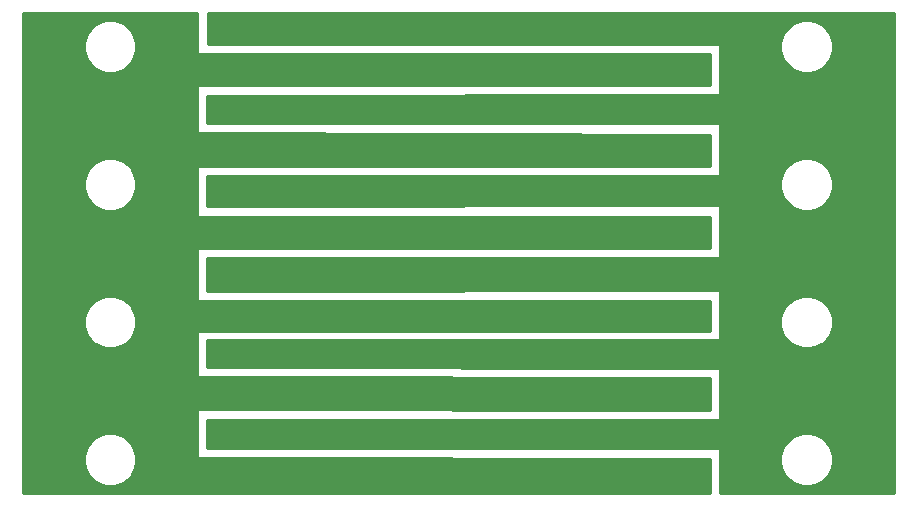
<source format=gbl>
G04 #@! TF.GenerationSoftware,KiCad,Pcbnew,5.1.9*
G04 #@! TF.CreationDate,2021-04-12T02:40:48-03:00*
G04 #@! TF.ProjectId,Caps,43617073-2e6b-4696-9361-645f70636258,rev?*
G04 #@! TF.SameCoordinates,Original*
G04 #@! TF.FileFunction,Copper,L2,Bot*
G04 #@! TF.FilePolarity,Positive*
%FSLAX46Y46*%
G04 Gerber Fmt 4.6, Leading zero omitted, Abs format (unit mm)*
G04 Created by KiCad (PCBNEW 5.1.9) date 2021-04-12 02:40:48*
%MOMM*%
%LPD*%
G01*
G04 APERTURE LIST*
G04 #@! TA.AperFunction,ViaPad*
%ADD10C,0.400000*%
G04 #@! TD*
G04 #@! TA.AperFunction,Conductor*
%ADD11C,0.254000*%
G04 #@! TD*
G04 #@! TA.AperFunction,Conductor*
%ADD12C,0.100000*%
G04 #@! TD*
G04 APERTURE END LIST*
D10*
X111500000Y-81500000D03*
X112500000Y-81500000D03*
X113500000Y-81500000D03*
X114500000Y-81500000D03*
X115500000Y-81500000D03*
X116500000Y-81500000D03*
X117500000Y-81500000D03*
X118500000Y-81500000D03*
X119500000Y-81500000D03*
X120500000Y-81500000D03*
X112000000Y-82500000D03*
X113000000Y-82500000D03*
X114000000Y-82500000D03*
X115000000Y-82500000D03*
X116000000Y-82500000D03*
X121000000Y-82500000D03*
X111500000Y-83500000D03*
X112500000Y-83500000D03*
X113500000Y-83500000D03*
X114500000Y-83500000D03*
X115500000Y-83500000D03*
X112000000Y-84500000D03*
X113000000Y-84500000D03*
X114000000Y-84500000D03*
X115000000Y-84500000D03*
X116000000Y-84500000D03*
X121000000Y-84500000D03*
X111500000Y-85500000D03*
X112500000Y-85500000D03*
X113500000Y-85500000D03*
X114500000Y-85500000D03*
X115500000Y-85500000D03*
X112000000Y-86500000D03*
X113000000Y-86500000D03*
X114000000Y-86500000D03*
X115000000Y-86500000D03*
X116000000Y-86500000D03*
X117000000Y-86500000D03*
X118000000Y-86500000D03*
X119000000Y-86500000D03*
X120000000Y-86500000D03*
X121000000Y-86500000D03*
X111500000Y-87500000D03*
X112500000Y-87500000D03*
X113500000Y-87500000D03*
X114500000Y-87500000D03*
X115500000Y-87500000D03*
X116500000Y-87500000D03*
X117500000Y-87500000D03*
X118500000Y-87500000D03*
X119500000Y-87500000D03*
X120500000Y-87500000D03*
X112000000Y-88500000D03*
X113000000Y-88500000D03*
X114000000Y-88500000D03*
X115000000Y-88500000D03*
X116000000Y-88500000D03*
X117000000Y-88500000D03*
X118000000Y-88500000D03*
X119000000Y-88500000D03*
X120000000Y-88500000D03*
X121000000Y-88500000D03*
X111500000Y-89500000D03*
X112500000Y-89500000D03*
X113500000Y-89500000D03*
X114500000Y-89500000D03*
X115500000Y-89500000D03*
X116500000Y-89500000D03*
X117500000Y-89500000D03*
X118500000Y-89500000D03*
X119500000Y-89500000D03*
X120500000Y-89500000D03*
X112000000Y-90500000D03*
X113000000Y-90500000D03*
X114000000Y-90500000D03*
X115000000Y-90500000D03*
X116000000Y-90500000D03*
X117000000Y-90500000D03*
X118000000Y-90500000D03*
X119000000Y-90500000D03*
X120000000Y-90500000D03*
X121000000Y-90500000D03*
X111500000Y-91500000D03*
X112500000Y-91500000D03*
X113500000Y-91500000D03*
X114500000Y-91500000D03*
X115500000Y-91500000D03*
X116500000Y-91500000D03*
X117500000Y-91500000D03*
X118500000Y-91500000D03*
X119500000Y-91500000D03*
X120500000Y-91500000D03*
X112000000Y-92500000D03*
X113000000Y-92500000D03*
X114000000Y-92500000D03*
X115000000Y-92500000D03*
X116000000Y-92500000D03*
X117000000Y-92500000D03*
X118000000Y-92500000D03*
X119000000Y-92500000D03*
X120000000Y-92500000D03*
X121000000Y-92500000D03*
X111500000Y-93500000D03*
X112500000Y-93500000D03*
X113500000Y-93500000D03*
X114500000Y-93500000D03*
X115500000Y-93500000D03*
X112000000Y-94500000D03*
X113000000Y-94500000D03*
X114000000Y-94500000D03*
X115000000Y-94500000D03*
X116000000Y-94500000D03*
X121000000Y-94500000D03*
X111500000Y-95500000D03*
X112500000Y-95500000D03*
X113500000Y-95500000D03*
X114500000Y-95500000D03*
X115500000Y-95500000D03*
X112000000Y-96500000D03*
X113000000Y-96500000D03*
X114000000Y-96500000D03*
X115000000Y-96500000D03*
X116000000Y-96500000D03*
X121000000Y-96500000D03*
X111500000Y-97500000D03*
X112500000Y-97500000D03*
X113500000Y-97500000D03*
X114500000Y-97500000D03*
X115500000Y-97500000D03*
X112000000Y-98500000D03*
X113000000Y-98500000D03*
X114000000Y-98500000D03*
X115000000Y-98500000D03*
X116000000Y-98500000D03*
X117000000Y-98500000D03*
X118000000Y-98500000D03*
X119000000Y-98500000D03*
X120000000Y-98500000D03*
X121000000Y-98500000D03*
X111500000Y-99500000D03*
X112500000Y-99500000D03*
X113500000Y-99500000D03*
X114500000Y-99500000D03*
X115500000Y-99500000D03*
X116500000Y-99500000D03*
X117500000Y-99500000D03*
X118500000Y-99500000D03*
X119500000Y-99500000D03*
X120500000Y-99500000D03*
X112000000Y-100500000D03*
X113000000Y-100500000D03*
X114000000Y-100500000D03*
X115000000Y-100500000D03*
X116000000Y-100500000D03*
X117000000Y-100500000D03*
X118000000Y-100500000D03*
X119000000Y-100500000D03*
X120000000Y-100500000D03*
X121000000Y-100500000D03*
X111500000Y-101500000D03*
X112500000Y-101500000D03*
X113500000Y-101500000D03*
X114500000Y-101500000D03*
X115500000Y-101500000D03*
X116500000Y-101500000D03*
X117500000Y-101500000D03*
X118500000Y-101500000D03*
X119500000Y-101500000D03*
X120500000Y-101500000D03*
X112000000Y-102500000D03*
X113000000Y-102500000D03*
X114000000Y-102500000D03*
X115000000Y-102500000D03*
X116000000Y-102500000D03*
X117000000Y-102500000D03*
X118000000Y-102500000D03*
X119000000Y-102500000D03*
X120000000Y-102500000D03*
X121000000Y-102500000D03*
X111500000Y-103500000D03*
X112500000Y-103500000D03*
X113500000Y-103500000D03*
X114500000Y-103500000D03*
X115500000Y-103500000D03*
X116500000Y-103500000D03*
X117500000Y-103500000D03*
X118500000Y-103500000D03*
X119500000Y-103500000D03*
X120500000Y-103500000D03*
X112000000Y-104500000D03*
X113000000Y-104500000D03*
X114000000Y-104500000D03*
X115000000Y-104500000D03*
X116000000Y-104500000D03*
X117000000Y-104500000D03*
X118000000Y-104500000D03*
X119000000Y-104500000D03*
X120000000Y-104500000D03*
X121000000Y-104500000D03*
X111500000Y-105500000D03*
X112500000Y-105500000D03*
X113500000Y-105500000D03*
X114500000Y-105500000D03*
X115500000Y-105500000D03*
X112000000Y-106500000D03*
X113000000Y-106500000D03*
X114000000Y-106500000D03*
X115000000Y-106500000D03*
X116000000Y-106500000D03*
X121000000Y-106500000D03*
X111500000Y-107500000D03*
X112500000Y-107500000D03*
X113500000Y-107500000D03*
X114500000Y-107500000D03*
X115500000Y-107500000D03*
X112000000Y-108500000D03*
X113000000Y-108500000D03*
X114000000Y-108500000D03*
X115000000Y-108500000D03*
X116000000Y-108500000D03*
X121000000Y-108500000D03*
X111500000Y-109500000D03*
X112500000Y-109500000D03*
X113500000Y-109500000D03*
X114500000Y-109500000D03*
X115500000Y-109500000D03*
X112000000Y-110500000D03*
X113000000Y-110500000D03*
X114000000Y-110500000D03*
X115000000Y-110500000D03*
X116000000Y-110500000D03*
X117000000Y-110500000D03*
X118000000Y-110500000D03*
X119000000Y-110500000D03*
X120000000Y-110500000D03*
X121000000Y-110500000D03*
X111500000Y-111500000D03*
X112500000Y-111500000D03*
X113500000Y-111500000D03*
X114500000Y-111500000D03*
X115500000Y-111500000D03*
X116500000Y-111500000D03*
X117500000Y-111500000D03*
X118500000Y-111500000D03*
X119500000Y-111500000D03*
X120500000Y-111500000D03*
X112000000Y-112500000D03*
X113000000Y-112500000D03*
X114000000Y-112500000D03*
X115000000Y-112500000D03*
X116000000Y-112500000D03*
X117000000Y-112500000D03*
X118000000Y-112500000D03*
X119000000Y-112500000D03*
X120000000Y-112500000D03*
X121000000Y-112500000D03*
X111500000Y-113500000D03*
X112500000Y-113500000D03*
X113500000Y-113500000D03*
X114500000Y-113500000D03*
X115500000Y-113500000D03*
X116500000Y-113500000D03*
X117500000Y-113500000D03*
X118500000Y-113500000D03*
X119500000Y-113500000D03*
X120500000Y-113500000D03*
X112000000Y-114500000D03*
X113000000Y-114500000D03*
X114000000Y-114500000D03*
X115000000Y-114500000D03*
X116000000Y-114500000D03*
X117000000Y-114500000D03*
X118000000Y-114500000D03*
X119000000Y-114500000D03*
X120000000Y-114500000D03*
X121000000Y-114500000D03*
X111500000Y-115500000D03*
X112500000Y-115500000D03*
X113500000Y-115500000D03*
X114500000Y-115500000D03*
X115500000Y-115500000D03*
X116500000Y-115500000D03*
X117500000Y-115500000D03*
X118500000Y-115500000D03*
X119500000Y-115500000D03*
X120500000Y-115500000D03*
X112000000Y-116500000D03*
X113000000Y-116500000D03*
X114000000Y-116500000D03*
X115000000Y-116500000D03*
X116000000Y-116500000D03*
X117000000Y-116500000D03*
X118000000Y-116500000D03*
X119000000Y-116500000D03*
X120000000Y-116500000D03*
X121000000Y-116500000D03*
X111500000Y-117500000D03*
X112500000Y-117500000D03*
X113500000Y-117500000D03*
X114500000Y-117500000D03*
X115500000Y-117500000D03*
X112000000Y-118500000D03*
X113000000Y-118500000D03*
X114000000Y-118500000D03*
X115000000Y-118500000D03*
X116000000Y-118500000D03*
X121000000Y-118500000D03*
X111500000Y-119500000D03*
X112500000Y-119500000D03*
X113500000Y-119500000D03*
X114500000Y-119500000D03*
X115500000Y-119500000D03*
X112000000Y-120500000D03*
X113000000Y-120500000D03*
X114000000Y-120500000D03*
X115000000Y-120500000D03*
X116000000Y-120500000D03*
X121000000Y-120500000D03*
X111500000Y-121500000D03*
X112500000Y-121500000D03*
X113500000Y-121500000D03*
X114500000Y-121500000D03*
X115500000Y-121500000D03*
X116500000Y-121500000D03*
X117500000Y-121500000D03*
X118500000Y-121500000D03*
X119500000Y-121500000D03*
X120500000Y-121500000D03*
X121800000Y-87000000D03*
X122800000Y-87000000D03*
X123800000Y-87000000D03*
X124800000Y-87000000D03*
X125800000Y-87000000D03*
X126800000Y-87000000D03*
X127800000Y-87000000D03*
X128800000Y-87000000D03*
X129800000Y-87000000D03*
X130800000Y-87000000D03*
X131800000Y-87000000D03*
X132800000Y-87000000D03*
X133800000Y-87000000D03*
X134800000Y-87000000D03*
X135800000Y-87000000D03*
X136800000Y-87000000D03*
X137800000Y-87000000D03*
X138800000Y-87000000D03*
X139800000Y-87000000D03*
X140800000Y-87000000D03*
X141800000Y-87000000D03*
X142800000Y-87000000D03*
X143800000Y-87000000D03*
X144800000Y-87000000D03*
X145800000Y-87000000D03*
X146800000Y-87000000D03*
X147800000Y-87000000D03*
X148800000Y-87000000D03*
X149800000Y-87000000D03*
X150800000Y-87000000D03*
X151800000Y-87000000D03*
X152800000Y-87000000D03*
X153800000Y-87000000D03*
X154800000Y-87000000D03*
X155800000Y-87000000D03*
X156800000Y-87000000D03*
X157800000Y-87000000D03*
X158800000Y-87000000D03*
X159800000Y-87000000D03*
X160800000Y-87000000D03*
X161800000Y-87000000D03*
X162800000Y-87000000D03*
X163800000Y-87000000D03*
X164800000Y-87000000D03*
X165800000Y-87000000D03*
X166800000Y-87000000D03*
X167800000Y-87000000D03*
X168800000Y-87000000D03*
X121800000Y-93800000D03*
X122800000Y-93800000D03*
X123800000Y-93800000D03*
X124800000Y-93800000D03*
X125800000Y-93800000D03*
X126800000Y-93800000D03*
X127800000Y-93800000D03*
X128800000Y-93800000D03*
X129800000Y-93800000D03*
X130800000Y-93800000D03*
X131800000Y-93800000D03*
X132800000Y-93800000D03*
X133800000Y-93800000D03*
X134800000Y-93800000D03*
X135800000Y-93800000D03*
X136800000Y-93800000D03*
X137800000Y-93800000D03*
X138800000Y-93800000D03*
X139800000Y-93800000D03*
X140800000Y-93800000D03*
X141800000Y-93800000D03*
X142800000Y-93800000D03*
X143800000Y-93800000D03*
X144800000Y-93800000D03*
X145800000Y-93800000D03*
X146800000Y-93800000D03*
X147800000Y-93800000D03*
X148800000Y-93800000D03*
X149800000Y-93800000D03*
X150800000Y-93800000D03*
X151800000Y-93800000D03*
X152800000Y-93800000D03*
X153800000Y-93800000D03*
X154800000Y-93800000D03*
X155800000Y-93800000D03*
X156800000Y-93800000D03*
X157800000Y-93800000D03*
X158800000Y-93800000D03*
X159800000Y-93800000D03*
X160800000Y-93800000D03*
X161800000Y-93800000D03*
X162800000Y-93800000D03*
X163800000Y-93800000D03*
X164800000Y-93800000D03*
X165800000Y-93800000D03*
X166800000Y-93800000D03*
X167800000Y-93800000D03*
X168800000Y-93800000D03*
X121900000Y-100800000D03*
X122900000Y-100800000D03*
X123900000Y-100800000D03*
X124900000Y-100800000D03*
X125900000Y-100800000D03*
X126900000Y-100800000D03*
X127900000Y-100800000D03*
X128900000Y-100800000D03*
X129900000Y-100800000D03*
X130900000Y-100800000D03*
X131900000Y-100800000D03*
X132900000Y-100800000D03*
X133900000Y-100800000D03*
X134900000Y-100800000D03*
X135900000Y-100800000D03*
X136900000Y-100800000D03*
X137900000Y-100800000D03*
X138900000Y-100800000D03*
X139900000Y-100800000D03*
X140900000Y-100800000D03*
X141900000Y-100800000D03*
X142900000Y-100800000D03*
X143900000Y-100800000D03*
X144900000Y-100800000D03*
X145900000Y-100800000D03*
X146900000Y-100800000D03*
X147900000Y-100800000D03*
X148900000Y-100800000D03*
X149900000Y-100800000D03*
X150900000Y-100800000D03*
X151900000Y-100800000D03*
X152900000Y-100800000D03*
X153900000Y-100800000D03*
X154900000Y-100800000D03*
X155900000Y-100800000D03*
X156900000Y-100800000D03*
X157900000Y-100800000D03*
X158900000Y-100800000D03*
X159900000Y-100800000D03*
X160900000Y-100800000D03*
X161900000Y-100800000D03*
X162900000Y-100800000D03*
X163900000Y-100800000D03*
X164900000Y-100800000D03*
X165900000Y-100800000D03*
X166900000Y-100800000D03*
X167900000Y-100800000D03*
X168900000Y-100800000D03*
X121900000Y-107900000D03*
X122900000Y-107900000D03*
X123900000Y-107900000D03*
X124900000Y-107900000D03*
X125900000Y-107900000D03*
X126900000Y-107900000D03*
X127900000Y-107900000D03*
X128900000Y-107900000D03*
X129900000Y-107900000D03*
X130900000Y-107900000D03*
X131900000Y-107900000D03*
X132900000Y-107900000D03*
X133900000Y-107900000D03*
X134900000Y-107900000D03*
X135900000Y-107900000D03*
X136900000Y-107900000D03*
X137900000Y-107900000D03*
X138900000Y-107900000D03*
X139900000Y-107900000D03*
X140900000Y-107900000D03*
X141900000Y-107900000D03*
X142900000Y-107900000D03*
X143900000Y-107900000D03*
X144900000Y-107900000D03*
X145900000Y-107900000D03*
X146900000Y-107900000D03*
X147900000Y-107900000D03*
X148900000Y-107900000D03*
X149900000Y-107900000D03*
X150900000Y-107900000D03*
X151900000Y-107900000D03*
X152900000Y-107900000D03*
X153900000Y-107900000D03*
X154900000Y-107900000D03*
X155900000Y-107900000D03*
X156900000Y-107900000D03*
X157900000Y-107900000D03*
X158900000Y-107900000D03*
X159900000Y-107900000D03*
X160900000Y-107900000D03*
X161900000Y-107900000D03*
X162900000Y-107900000D03*
X163900000Y-107900000D03*
X164900000Y-107900000D03*
X165900000Y-107900000D03*
X166900000Y-107900000D03*
X167900000Y-107900000D03*
X168900000Y-107900000D03*
X121900000Y-114600000D03*
X122900000Y-114600000D03*
X123900000Y-114600000D03*
X124900000Y-114600000D03*
X125900000Y-114600000D03*
X126900000Y-114600000D03*
X127900000Y-114600000D03*
X128900000Y-114600000D03*
X129900000Y-114600000D03*
X130900000Y-114600000D03*
X131900000Y-114600000D03*
X132900000Y-114600000D03*
X133900000Y-114600000D03*
X134900000Y-114600000D03*
X135900000Y-114600000D03*
X136900000Y-114600000D03*
X137900000Y-114600000D03*
X138900000Y-114600000D03*
X139900000Y-114600000D03*
X140900000Y-114600000D03*
X141900000Y-114600000D03*
X142900000Y-114600000D03*
X143900000Y-114600000D03*
X144900000Y-114600000D03*
X145900000Y-114600000D03*
X146900000Y-114600000D03*
X147900000Y-114600000D03*
X148900000Y-114600000D03*
X149900000Y-114600000D03*
X150900000Y-114600000D03*
X151900000Y-114600000D03*
X152900000Y-114600000D03*
X153900000Y-114600000D03*
X154900000Y-114600000D03*
X155900000Y-114600000D03*
X156900000Y-114600000D03*
X157900000Y-114600000D03*
X158900000Y-114600000D03*
X159900000Y-114600000D03*
X160900000Y-114600000D03*
X161900000Y-114600000D03*
X162900000Y-114600000D03*
X163900000Y-114600000D03*
X164900000Y-114600000D03*
X165900000Y-114600000D03*
X166900000Y-114600000D03*
X167900000Y-114600000D03*
X168900000Y-114600000D03*
X121900000Y-121400000D03*
X122900000Y-121400000D03*
X123900000Y-121400000D03*
X124900000Y-121400000D03*
X125900000Y-121400000D03*
X126900000Y-121400000D03*
X127900000Y-121400000D03*
X128900000Y-121400000D03*
X129900000Y-121400000D03*
X130900000Y-121400000D03*
X131900000Y-121400000D03*
X132900000Y-121400000D03*
X133900000Y-121400000D03*
X134900000Y-121400000D03*
X135900000Y-121400000D03*
X136900000Y-121400000D03*
X137900000Y-121400000D03*
X138900000Y-121400000D03*
X139900000Y-121400000D03*
X140900000Y-121400000D03*
X141900000Y-121400000D03*
X142900000Y-121400000D03*
X143900000Y-121400000D03*
X144900000Y-121400000D03*
X145900000Y-121400000D03*
X146900000Y-121400000D03*
X147900000Y-121400000D03*
X148900000Y-121400000D03*
X149900000Y-121400000D03*
X150900000Y-121400000D03*
X151900000Y-121400000D03*
X152900000Y-121400000D03*
X153900000Y-121400000D03*
X154900000Y-121400000D03*
X155900000Y-121400000D03*
X156900000Y-121400000D03*
X157900000Y-121400000D03*
X158900000Y-121400000D03*
X159900000Y-121400000D03*
X160900000Y-121400000D03*
X161900000Y-121400000D03*
X162900000Y-121400000D03*
X163900000Y-121400000D03*
X164900000Y-121400000D03*
X165900000Y-121400000D03*
X166900000Y-121400000D03*
X167900000Y-121400000D03*
X168900000Y-121400000D03*
X184500000Y-81500000D03*
X183500000Y-81500000D03*
X182500000Y-81500000D03*
X181500000Y-81500000D03*
X180500000Y-81500000D03*
X179500000Y-81500000D03*
X178500000Y-81500000D03*
X177500000Y-81500000D03*
X176500000Y-81500000D03*
X175500000Y-81500000D03*
X184000000Y-82500000D03*
X183000000Y-82500000D03*
X182000000Y-82500000D03*
X181000000Y-82500000D03*
X175000000Y-82500000D03*
X184500000Y-83500000D03*
X183500000Y-83500000D03*
X182500000Y-83500000D03*
X181500000Y-83500000D03*
X180500000Y-83500000D03*
X184000000Y-84500000D03*
X183000000Y-84500000D03*
X182000000Y-84500000D03*
X181000000Y-84500000D03*
X175000000Y-84500000D03*
X184500000Y-85500000D03*
X183500000Y-85500000D03*
X182500000Y-85500000D03*
X181500000Y-85500000D03*
X180500000Y-85500000D03*
X184000000Y-86500000D03*
X183000000Y-86500000D03*
X182000000Y-86500000D03*
X181000000Y-86500000D03*
X180000000Y-86500000D03*
X179000000Y-86500000D03*
X178000000Y-86500000D03*
X177000000Y-86500000D03*
X176000000Y-86500000D03*
X175000000Y-86500000D03*
X184500000Y-87500000D03*
X183500000Y-87500000D03*
X182500000Y-87500000D03*
X181500000Y-87500000D03*
X180500000Y-87500000D03*
X179500000Y-87500000D03*
X178500000Y-87500000D03*
X177500000Y-87500000D03*
X176500000Y-87500000D03*
X175500000Y-87500000D03*
X184000000Y-88500000D03*
X183000000Y-88500000D03*
X182000000Y-88500000D03*
X181000000Y-88500000D03*
X180000000Y-88500000D03*
X179000000Y-88500000D03*
X178000000Y-88500000D03*
X177000000Y-88500000D03*
X176000000Y-88500000D03*
X175000000Y-88500000D03*
X184500000Y-89500000D03*
X183500000Y-89500000D03*
X182500000Y-89500000D03*
X181500000Y-89500000D03*
X180500000Y-89500000D03*
X179500000Y-89500000D03*
X178500000Y-89500000D03*
X177500000Y-89500000D03*
X176500000Y-89500000D03*
X175500000Y-89500000D03*
X184000000Y-90500000D03*
X183000000Y-90500000D03*
X182000000Y-90500000D03*
X181000000Y-90500000D03*
X180000000Y-90500000D03*
X179000000Y-90500000D03*
X178000000Y-90500000D03*
X177000000Y-90500000D03*
X176000000Y-90500000D03*
X175000000Y-90500000D03*
X184500000Y-91500000D03*
X183500000Y-91500000D03*
X182500000Y-91500000D03*
X181500000Y-91500000D03*
X180500000Y-91500000D03*
X179500000Y-91500000D03*
X178500000Y-91500000D03*
X177500000Y-91500000D03*
X176500000Y-91500000D03*
X175500000Y-91500000D03*
X184000000Y-92500000D03*
X183000000Y-92500000D03*
X182000000Y-92500000D03*
X181000000Y-92500000D03*
X180000000Y-92500000D03*
X179000000Y-92500000D03*
X178000000Y-92500000D03*
X177000000Y-92500000D03*
X176000000Y-92500000D03*
X175000000Y-92500000D03*
X184500000Y-93500000D03*
X183500000Y-93500000D03*
X182500000Y-93500000D03*
X181500000Y-93500000D03*
X180500000Y-93500000D03*
X184000000Y-94500000D03*
X183000000Y-94500000D03*
X182000000Y-94500000D03*
X181000000Y-94500000D03*
X180000000Y-94500000D03*
X175000000Y-94500000D03*
X184500000Y-95500000D03*
X183500000Y-95500000D03*
X182500000Y-95500000D03*
X181500000Y-95500000D03*
X180500000Y-95500000D03*
X184000000Y-96500000D03*
X183000000Y-96500000D03*
X182000000Y-96500000D03*
X181000000Y-96500000D03*
X180000000Y-96500000D03*
X175000000Y-96500000D03*
X184500000Y-97500000D03*
X183500000Y-97500000D03*
X182500000Y-97500000D03*
X181500000Y-97500000D03*
X180500000Y-97500000D03*
X184000000Y-98500000D03*
X183000000Y-98500000D03*
X182000000Y-98500000D03*
X181000000Y-98500000D03*
X180000000Y-98500000D03*
X179000000Y-98500000D03*
X178000000Y-98500000D03*
X177000000Y-98500000D03*
X176000000Y-98500000D03*
X175000000Y-98500000D03*
X184500000Y-99500000D03*
X183500000Y-99500000D03*
X182500000Y-99500000D03*
X181500000Y-99500000D03*
X180500000Y-99500000D03*
X179500000Y-99500000D03*
X178500000Y-99500000D03*
X177500000Y-99500000D03*
X176500000Y-99500000D03*
X175500000Y-99500000D03*
X184000000Y-100500000D03*
X183000000Y-100500000D03*
X182000000Y-100500000D03*
X181000000Y-100500000D03*
X180000000Y-100500000D03*
X179000000Y-100500000D03*
X178000000Y-100500000D03*
X177000000Y-100500000D03*
X176000000Y-100500000D03*
X175000000Y-100500000D03*
X184500000Y-101500000D03*
X183500000Y-101500000D03*
X182500000Y-101500000D03*
X181500000Y-101500000D03*
X180500000Y-101500000D03*
X179500000Y-101500000D03*
X178500000Y-101500000D03*
X177500000Y-101500000D03*
X176500000Y-101500000D03*
X175500000Y-101500000D03*
X184000000Y-102500000D03*
X183000000Y-102500000D03*
X182000000Y-102500000D03*
X181000000Y-102500000D03*
X180000000Y-102500000D03*
X179000000Y-102500000D03*
X178000000Y-102500000D03*
X177000000Y-102500000D03*
X176000000Y-102500000D03*
X175000000Y-102500000D03*
X184500000Y-103500000D03*
X183500000Y-103500000D03*
X182500000Y-103500000D03*
X181500000Y-103500000D03*
X180500000Y-103500000D03*
X179500000Y-103500000D03*
X178500000Y-103500000D03*
X177500000Y-103500000D03*
X176500000Y-103500000D03*
X175500000Y-103500000D03*
X184000000Y-104500000D03*
X183000000Y-104500000D03*
X182000000Y-104500000D03*
X181000000Y-104500000D03*
X180000000Y-104500000D03*
X179000000Y-104500000D03*
X178000000Y-104500000D03*
X177000000Y-104500000D03*
X176000000Y-104500000D03*
X175000000Y-104500000D03*
X184500000Y-105500000D03*
X183500000Y-105500000D03*
X182500000Y-105500000D03*
X181500000Y-105500000D03*
X180500000Y-105500000D03*
X179500000Y-105500000D03*
X184000000Y-106500000D03*
X183000000Y-106500000D03*
X182000000Y-106500000D03*
X181000000Y-106500000D03*
X180000000Y-106500000D03*
X175000000Y-106500000D03*
X184500000Y-107500000D03*
X183500000Y-107500000D03*
X182500000Y-107500000D03*
X181500000Y-107500000D03*
X180500000Y-107500000D03*
X184000000Y-108500000D03*
X183000000Y-108500000D03*
X182000000Y-108500000D03*
X181000000Y-108500000D03*
X180000000Y-108500000D03*
X175000000Y-108500000D03*
X184500000Y-109500000D03*
X183500000Y-109500000D03*
X182500000Y-109500000D03*
X181500000Y-109500000D03*
X180500000Y-109500000D03*
X179500000Y-109500000D03*
X184000000Y-110500000D03*
X183000000Y-110500000D03*
X182000000Y-110500000D03*
X181000000Y-110500000D03*
X180000000Y-110500000D03*
X179000000Y-110500000D03*
X178000000Y-110500000D03*
X177000000Y-110500000D03*
X176000000Y-110500000D03*
X175000000Y-110500000D03*
X184500000Y-111500000D03*
X183500000Y-111500000D03*
X182500000Y-111500000D03*
X181500000Y-111500000D03*
X180500000Y-111500000D03*
X179500000Y-111500000D03*
X178500000Y-111500000D03*
X177500000Y-111500000D03*
X176500000Y-111500000D03*
X175500000Y-111500000D03*
X184000000Y-112500000D03*
X183000000Y-112500000D03*
X182000000Y-112500000D03*
X181000000Y-112500000D03*
X180000000Y-112500000D03*
X179000000Y-112500000D03*
X178000000Y-112500000D03*
X177000000Y-112500000D03*
X176000000Y-112500000D03*
X175000000Y-112500000D03*
X184500000Y-113500000D03*
X183500000Y-113500000D03*
X182500000Y-113500000D03*
X181500000Y-113500000D03*
X180500000Y-113500000D03*
X179500000Y-113500000D03*
X178500000Y-113500000D03*
X177500000Y-113500000D03*
X176500000Y-113500000D03*
X175500000Y-113500000D03*
X184000000Y-114500000D03*
X183000000Y-114500000D03*
X182000000Y-114500000D03*
X181000000Y-114500000D03*
X180000000Y-114500000D03*
X179000000Y-114500000D03*
X178000000Y-114500000D03*
X177000000Y-114500000D03*
X176000000Y-114500000D03*
X175000000Y-114500000D03*
X184500000Y-115500000D03*
X183500000Y-115500000D03*
X182500000Y-115500000D03*
X181500000Y-115500000D03*
X180500000Y-115500000D03*
X179500000Y-115500000D03*
X178500000Y-115500000D03*
X177500000Y-115500000D03*
X176500000Y-115500000D03*
X175500000Y-115500000D03*
X184000000Y-116500000D03*
X183000000Y-116500000D03*
X182000000Y-116500000D03*
X181000000Y-116500000D03*
X180000000Y-116500000D03*
X179000000Y-116500000D03*
X178000000Y-116500000D03*
X177000000Y-116500000D03*
X176000000Y-116500000D03*
X175000000Y-116500000D03*
X184500000Y-117500000D03*
X183500000Y-117500000D03*
X182500000Y-117500000D03*
X181500000Y-117500000D03*
X180500000Y-117500000D03*
X184000000Y-118500000D03*
X183000000Y-118500000D03*
X182000000Y-118500000D03*
X181000000Y-118500000D03*
X175000000Y-118500000D03*
X184500000Y-119500000D03*
X183500000Y-119500000D03*
X182500000Y-119500000D03*
X181500000Y-119500000D03*
X180500000Y-119500000D03*
X184000000Y-120500000D03*
X183000000Y-120500000D03*
X182000000Y-120500000D03*
X181000000Y-120500000D03*
X180000000Y-120500000D03*
X175000000Y-120500000D03*
X184500000Y-121500000D03*
X183500000Y-121500000D03*
X182500000Y-121500000D03*
X181500000Y-121500000D03*
X180500000Y-121500000D03*
X179500000Y-121500000D03*
X178500000Y-121500000D03*
X177500000Y-121500000D03*
X176500000Y-121500000D03*
X175500000Y-121500000D03*
X180000000Y-118500000D03*
X174500000Y-81500000D03*
X173500000Y-81500000D03*
X172500000Y-81500000D03*
X171500000Y-81500000D03*
X170500000Y-81500000D03*
X169500000Y-81500000D03*
X168500000Y-81500000D03*
X167500000Y-81500000D03*
X166500000Y-81500000D03*
X165500000Y-81500000D03*
X164500000Y-81500000D03*
X163500000Y-81500000D03*
X162500000Y-81500000D03*
X161500000Y-81500000D03*
X160500000Y-81500000D03*
X159500000Y-81500000D03*
X158500000Y-81500000D03*
X157500000Y-81500000D03*
X156500000Y-81500000D03*
X155500000Y-81500000D03*
X154500000Y-81500000D03*
X153500000Y-81500000D03*
X152500000Y-81500000D03*
X151500000Y-81500000D03*
X150500000Y-81500000D03*
X149500000Y-81500000D03*
X148500000Y-81500000D03*
X147500000Y-81500000D03*
X146500000Y-81500000D03*
X145500000Y-81500000D03*
X144500000Y-81500000D03*
X143500000Y-81500000D03*
X142500000Y-81500000D03*
X141500000Y-81500000D03*
X140500000Y-81500000D03*
X139500000Y-81500000D03*
X138500000Y-81500000D03*
X137500000Y-81500000D03*
X136500000Y-81500000D03*
X135500000Y-81500000D03*
X134500000Y-81500000D03*
X133500000Y-81500000D03*
X132500000Y-81500000D03*
X131500000Y-81500000D03*
X130500000Y-81500000D03*
X129500000Y-81500000D03*
X128500000Y-81500000D03*
X127500000Y-81500000D03*
X174000000Y-88500000D03*
X173000000Y-88500000D03*
X172000000Y-88500000D03*
X171000000Y-88500000D03*
X170000000Y-88500000D03*
X169000000Y-88500000D03*
X168000000Y-88500000D03*
X167000000Y-88500000D03*
X166000000Y-88500000D03*
X165000000Y-88500000D03*
X164000000Y-88500000D03*
X163000000Y-88500000D03*
X162000000Y-88500000D03*
X161000000Y-88500000D03*
X160000000Y-88500000D03*
X159000000Y-88500000D03*
X158000000Y-88500000D03*
X157000000Y-88500000D03*
X156000000Y-88500000D03*
X155000000Y-88500000D03*
X154000000Y-88500000D03*
X153000000Y-88500000D03*
X152000000Y-88500000D03*
X151000000Y-88500000D03*
X150000000Y-88500000D03*
X149000000Y-88500000D03*
X148000000Y-88500000D03*
X147000000Y-88500000D03*
X146000000Y-88500000D03*
X145000000Y-88500000D03*
X144000000Y-88500000D03*
X143000000Y-88500000D03*
X142000000Y-88500000D03*
X141000000Y-88500000D03*
X140000000Y-88500000D03*
X139000000Y-88500000D03*
X138000000Y-88500000D03*
X137000000Y-88500000D03*
X136000000Y-88500000D03*
X135000000Y-88500000D03*
X134000000Y-88500000D03*
X133000000Y-88500000D03*
X132000000Y-88500000D03*
X131000000Y-88500000D03*
X130000000Y-88500000D03*
X129000000Y-88500000D03*
X128000000Y-88500000D03*
X127000000Y-88500000D03*
X174000000Y-95300000D03*
X173000000Y-95300000D03*
X172000000Y-95300000D03*
X171000000Y-95300000D03*
X170000000Y-95300000D03*
X169000000Y-95300000D03*
X168000000Y-95300000D03*
X167000000Y-95300000D03*
X166000000Y-95300000D03*
X165000000Y-95300000D03*
X164000000Y-95300000D03*
X163000000Y-95300000D03*
X162000000Y-95300000D03*
X161000000Y-95300000D03*
X160000000Y-95300000D03*
X159000000Y-95300000D03*
X158000000Y-95300000D03*
X157000000Y-95300000D03*
X156000000Y-95300000D03*
X155000000Y-95300000D03*
X154000000Y-95300000D03*
X153000000Y-95300000D03*
X152000000Y-95300000D03*
X151000000Y-95300000D03*
X150000000Y-95300000D03*
X149000000Y-95300000D03*
X148000000Y-95300000D03*
X147000000Y-95300000D03*
X146000000Y-95300000D03*
X145000000Y-95300000D03*
X144000000Y-95300000D03*
X143000000Y-95300000D03*
X142000000Y-95300000D03*
X141000000Y-95300000D03*
X140000000Y-95300000D03*
X139000000Y-95300000D03*
X138000000Y-95300000D03*
X137000000Y-95300000D03*
X136000000Y-95300000D03*
X135000000Y-95300000D03*
X134000000Y-95300000D03*
X133000000Y-95300000D03*
X132000000Y-95300000D03*
X131000000Y-95300000D03*
X130000000Y-95300000D03*
X129000000Y-95300000D03*
X128000000Y-95300000D03*
X127000000Y-95300000D03*
X174000000Y-102200000D03*
X173000000Y-102200000D03*
X172000000Y-102200000D03*
X171000000Y-102200000D03*
X170000000Y-102200000D03*
X169000000Y-102200000D03*
X168000000Y-102200000D03*
X167000000Y-102200000D03*
X166000000Y-102200000D03*
X165000000Y-102200000D03*
X164000000Y-102200000D03*
X163000000Y-102200000D03*
X162000000Y-102200000D03*
X161000000Y-102200000D03*
X160000000Y-102200000D03*
X159000000Y-102200000D03*
X158000000Y-102200000D03*
X157000000Y-102200000D03*
X156000000Y-102200000D03*
X155000000Y-102200000D03*
X154000000Y-102200000D03*
X153000000Y-102200000D03*
X152000000Y-102200000D03*
X151000000Y-102200000D03*
X150000000Y-102200000D03*
X149000000Y-102200000D03*
X148000000Y-102200000D03*
X147000000Y-102200000D03*
X146000000Y-102200000D03*
X145000000Y-102200000D03*
X144000000Y-102200000D03*
X143000000Y-102200000D03*
X142000000Y-102200000D03*
X141000000Y-102200000D03*
X140000000Y-102200000D03*
X139000000Y-102200000D03*
X138000000Y-102200000D03*
X137000000Y-102200000D03*
X136000000Y-102200000D03*
X135000000Y-102200000D03*
X134000000Y-102200000D03*
X133000000Y-102200000D03*
X132000000Y-102200000D03*
X131000000Y-102200000D03*
X130000000Y-102200000D03*
X129000000Y-102200000D03*
X128000000Y-102200000D03*
X127000000Y-102200000D03*
X174000000Y-109200000D03*
X173000000Y-109200000D03*
X172000000Y-109200000D03*
X171000000Y-109200000D03*
X170000000Y-109200000D03*
X169000000Y-109200000D03*
X168000000Y-109200000D03*
X167000000Y-109200000D03*
X166000000Y-109200000D03*
X165000000Y-109200000D03*
X164000000Y-109200000D03*
X163000000Y-109200000D03*
X162000000Y-109200000D03*
X161000000Y-109200000D03*
X160000000Y-109200000D03*
X159000000Y-109200000D03*
X158000000Y-109200000D03*
X157000000Y-109200000D03*
X156000000Y-109200000D03*
X155000000Y-109200000D03*
X154000000Y-109200000D03*
X153000000Y-109200000D03*
X152000000Y-109200000D03*
X151000000Y-109200000D03*
X150000000Y-109200000D03*
X149000000Y-109200000D03*
X148000000Y-109200000D03*
X147000000Y-109200000D03*
X146000000Y-109200000D03*
X145000000Y-109200000D03*
X144000000Y-109200000D03*
X143000000Y-109200000D03*
X142000000Y-109200000D03*
X141000000Y-109200000D03*
X140000000Y-109200000D03*
X139000000Y-109200000D03*
X138000000Y-109200000D03*
X137000000Y-109200000D03*
X136000000Y-109200000D03*
X135000000Y-109200000D03*
X134000000Y-109200000D03*
X133000000Y-109200000D03*
X132000000Y-109200000D03*
X131000000Y-109200000D03*
X130000000Y-109200000D03*
X129000000Y-109200000D03*
X128000000Y-109200000D03*
X127000000Y-109200000D03*
X174000000Y-115900000D03*
X173000000Y-115900000D03*
X172000000Y-115900000D03*
X171000000Y-115900000D03*
X170000000Y-115900000D03*
X169000000Y-115900000D03*
X168000000Y-115900000D03*
X167000000Y-115900000D03*
X166000000Y-115900000D03*
X165000000Y-115900000D03*
X164000000Y-115900000D03*
X163000000Y-115900000D03*
X162000000Y-115900000D03*
X161000000Y-115900000D03*
X160000000Y-115900000D03*
X159000000Y-115900000D03*
X158000000Y-115900000D03*
X157000000Y-115900000D03*
X156000000Y-115900000D03*
X155000000Y-115900000D03*
X154000000Y-115900000D03*
X153000000Y-115900000D03*
X152000000Y-115900000D03*
X151000000Y-115900000D03*
X150000000Y-115900000D03*
X149000000Y-115900000D03*
X148000000Y-115900000D03*
X147000000Y-115900000D03*
X146000000Y-115900000D03*
X145000000Y-115900000D03*
X144000000Y-115900000D03*
X143000000Y-115900000D03*
X142000000Y-115900000D03*
X141000000Y-115900000D03*
X140000000Y-115900000D03*
X139000000Y-115900000D03*
X138000000Y-115900000D03*
X137000000Y-115900000D03*
X136000000Y-115900000D03*
X135000000Y-115900000D03*
X134000000Y-115900000D03*
X133000000Y-115900000D03*
X132000000Y-115900000D03*
X131000000Y-115900000D03*
X130000000Y-115900000D03*
X129000000Y-115900000D03*
X128000000Y-115900000D03*
X127000000Y-115900000D03*
D11*
X125873000Y-84500000D02*
X125875440Y-84524776D01*
X125882667Y-84548601D01*
X125894403Y-84570557D01*
X125910197Y-84589803D01*
X125929443Y-84605597D01*
X125951399Y-84617333D01*
X125975224Y-84624560D01*
X126000000Y-84627000D01*
X169273000Y-84627000D01*
X169273000Y-87273000D01*
X126000000Y-87273000D01*
X125975224Y-87275440D01*
X125951399Y-87282667D01*
X125929443Y-87294403D01*
X125910197Y-87310197D01*
X125894403Y-87329443D01*
X125882667Y-87351399D01*
X125875440Y-87375224D01*
X125873000Y-87400000D01*
X125873000Y-91200000D01*
X125875440Y-91224776D01*
X125882667Y-91248601D01*
X125894403Y-91270557D01*
X125910197Y-91289803D01*
X125929443Y-91305597D01*
X125951399Y-91317333D01*
X125975224Y-91324560D01*
X125999598Y-91326999D01*
X169273000Y-91464098D01*
X169273000Y-94135390D01*
X126000110Y-94098000D01*
X125975331Y-94100419D01*
X125951501Y-94107625D01*
X125929534Y-94119342D01*
X125910275Y-94135120D01*
X125894464Y-94154351D01*
X125882709Y-94176298D01*
X125875462Y-94200116D01*
X125873000Y-94225000D01*
X125873000Y-98300000D01*
X125875440Y-98324776D01*
X125882667Y-98348601D01*
X125894403Y-98370557D01*
X125910197Y-98389803D01*
X125929443Y-98405597D01*
X125951399Y-98417333D01*
X125975224Y-98424560D01*
X126000000Y-98427000D01*
X169273000Y-98427000D01*
X169273000Y-101073000D01*
X126000000Y-101073000D01*
X125975224Y-101075440D01*
X125951399Y-101082667D01*
X125929443Y-101094403D01*
X125910197Y-101110197D01*
X125894403Y-101129443D01*
X125882667Y-101151399D01*
X125875440Y-101175224D01*
X125873000Y-101200000D01*
X125873000Y-105423750D01*
X125875440Y-105448526D01*
X125882667Y-105472351D01*
X125894403Y-105494307D01*
X125910197Y-105513553D01*
X125929443Y-105529347D01*
X125951399Y-105541083D01*
X125975224Y-105548310D01*
X126000104Y-105550750D01*
X169273000Y-105515229D01*
X169273000Y-108084888D01*
X125999987Y-108089250D01*
X125975211Y-108091693D01*
X125951387Y-108098922D01*
X125929432Y-108110660D01*
X125910188Y-108126456D01*
X125894396Y-108145703D01*
X125882662Y-108167661D01*
X125875438Y-108191486D01*
X125873000Y-108216250D01*
X125873000Y-111883750D01*
X125875440Y-111908526D01*
X125882667Y-111932351D01*
X125894403Y-111954307D01*
X125910197Y-111973553D01*
X125929443Y-111989347D01*
X125951399Y-112001083D01*
X125975224Y-112008310D01*
X125999952Y-112010750D01*
X169273000Y-112026952D01*
X169273000Y-114772854D01*
X125950146Y-114723000D01*
X125925367Y-114725412D01*
X125901534Y-114732611D01*
X125879564Y-114744322D01*
X125860301Y-114760094D01*
X125844485Y-114779321D01*
X125832723Y-114801264D01*
X125825469Y-114825080D01*
X125823000Y-114850000D01*
X125823000Y-118750000D01*
X125825440Y-118774776D01*
X125832667Y-118798601D01*
X125844403Y-118820557D01*
X125860197Y-118839803D01*
X125879443Y-118855597D01*
X125901399Y-118867333D01*
X125925224Y-118874560D01*
X125949836Y-118877000D01*
X169273000Y-118933086D01*
X169273000Y-121840000D01*
X111160000Y-121840000D01*
X111160000Y-118779872D01*
X116265000Y-118779872D01*
X116265000Y-119220128D01*
X116350890Y-119651925D01*
X116519369Y-120058669D01*
X116763962Y-120424729D01*
X117075271Y-120736038D01*
X117441331Y-120980631D01*
X117848075Y-121149110D01*
X118279872Y-121235000D01*
X118720128Y-121235000D01*
X119151925Y-121149110D01*
X119558669Y-120980631D01*
X119924729Y-120736038D01*
X120236038Y-120424729D01*
X120480631Y-120058669D01*
X120649110Y-119651925D01*
X120735000Y-119220128D01*
X120735000Y-118779872D01*
X120649110Y-118348075D01*
X120480631Y-117941331D01*
X120236038Y-117575271D01*
X119924729Y-117263962D01*
X119558669Y-117019369D01*
X119151925Y-116850890D01*
X118720128Y-116765000D01*
X118279872Y-116765000D01*
X117848075Y-116850890D01*
X117441331Y-117019369D01*
X117075271Y-117263962D01*
X116763962Y-117575271D01*
X116519369Y-117941331D01*
X116350890Y-118348075D01*
X116265000Y-118779872D01*
X111160000Y-118779872D01*
X111160000Y-107113204D01*
X116265000Y-107113204D01*
X116265000Y-107553460D01*
X116350890Y-107985257D01*
X116519369Y-108392001D01*
X116763962Y-108758061D01*
X117075271Y-109069370D01*
X117441331Y-109313963D01*
X117848075Y-109482442D01*
X118279872Y-109568332D01*
X118720128Y-109568332D01*
X119151925Y-109482442D01*
X119558669Y-109313963D01*
X119924729Y-109069370D01*
X120236038Y-108758061D01*
X120480631Y-108392001D01*
X120649110Y-107985257D01*
X120735000Y-107553460D01*
X120735000Y-107113204D01*
X120649110Y-106681407D01*
X120480631Y-106274663D01*
X120236038Y-105908603D01*
X119924729Y-105597294D01*
X119558669Y-105352701D01*
X119151925Y-105184222D01*
X118720128Y-105098332D01*
X118279872Y-105098332D01*
X117848075Y-105184222D01*
X117441331Y-105352701D01*
X117075271Y-105597294D01*
X116763962Y-105908603D01*
X116519369Y-106274663D01*
X116350890Y-106681407D01*
X116265000Y-107113204D01*
X111160000Y-107113204D01*
X111160000Y-95446538D01*
X116265000Y-95446538D01*
X116265000Y-95886794D01*
X116350890Y-96318591D01*
X116519369Y-96725335D01*
X116763962Y-97091395D01*
X117075271Y-97402704D01*
X117441331Y-97647297D01*
X117848075Y-97815776D01*
X118279872Y-97901666D01*
X118720128Y-97901666D01*
X119151925Y-97815776D01*
X119558669Y-97647297D01*
X119924729Y-97402704D01*
X120236038Y-97091395D01*
X120480631Y-96725335D01*
X120649110Y-96318591D01*
X120735000Y-95886794D01*
X120735000Y-95446538D01*
X120649110Y-95014741D01*
X120480631Y-94607997D01*
X120236038Y-94241937D01*
X119924729Y-93930628D01*
X119558669Y-93686035D01*
X119151925Y-93517556D01*
X118720128Y-93431666D01*
X118279872Y-93431666D01*
X117848075Y-93517556D01*
X117441331Y-93686035D01*
X117075271Y-93930628D01*
X116763962Y-94241937D01*
X116519369Y-94607997D01*
X116350890Y-95014741D01*
X116265000Y-95446538D01*
X111160000Y-95446538D01*
X111160000Y-83779872D01*
X116265000Y-83779872D01*
X116265000Y-84220128D01*
X116350890Y-84651925D01*
X116519369Y-85058669D01*
X116763962Y-85424729D01*
X117075271Y-85736038D01*
X117441331Y-85980631D01*
X117848075Y-86149110D01*
X118279872Y-86235000D01*
X118720128Y-86235000D01*
X119151925Y-86149110D01*
X119558669Y-85980631D01*
X119924729Y-85736038D01*
X120236038Y-85424729D01*
X120480631Y-85058669D01*
X120649110Y-84651925D01*
X120735000Y-84220128D01*
X120735000Y-83779872D01*
X120649110Y-83348075D01*
X120480631Y-82941331D01*
X120236038Y-82575271D01*
X119924729Y-82263962D01*
X119558669Y-82019369D01*
X119151925Y-81850890D01*
X118720128Y-81765000D01*
X118279872Y-81765000D01*
X117848075Y-81850890D01*
X117441331Y-82019369D01*
X117075271Y-82263962D01*
X116763962Y-82575271D01*
X116519369Y-82941331D01*
X116350890Y-83348075D01*
X116265000Y-83779872D01*
X111160000Y-83779872D01*
X111160000Y-81160000D01*
X125873000Y-81160000D01*
X125873000Y-84500000D01*
G04 #@! TA.AperFunction,Conductor*
D12*
G36*
X125873000Y-84500000D02*
G01*
X125875440Y-84524776D01*
X125882667Y-84548601D01*
X125894403Y-84570557D01*
X125910197Y-84589803D01*
X125929443Y-84605597D01*
X125951399Y-84617333D01*
X125975224Y-84624560D01*
X126000000Y-84627000D01*
X169273000Y-84627000D01*
X169273000Y-87273000D01*
X126000000Y-87273000D01*
X125975224Y-87275440D01*
X125951399Y-87282667D01*
X125929443Y-87294403D01*
X125910197Y-87310197D01*
X125894403Y-87329443D01*
X125882667Y-87351399D01*
X125875440Y-87375224D01*
X125873000Y-87400000D01*
X125873000Y-91200000D01*
X125875440Y-91224776D01*
X125882667Y-91248601D01*
X125894403Y-91270557D01*
X125910197Y-91289803D01*
X125929443Y-91305597D01*
X125951399Y-91317333D01*
X125975224Y-91324560D01*
X125999598Y-91326999D01*
X169273000Y-91464098D01*
X169273000Y-94135390D01*
X126000110Y-94098000D01*
X125975331Y-94100419D01*
X125951501Y-94107625D01*
X125929534Y-94119342D01*
X125910275Y-94135120D01*
X125894464Y-94154351D01*
X125882709Y-94176298D01*
X125875462Y-94200116D01*
X125873000Y-94225000D01*
X125873000Y-98300000D01*
X125875440Y-98324776D01*
X125882667Y-98348601D01*
X125894403Y-98370557D01*
X125910197Y-98389803D01*
X125929443Y-98405597D01*
X125951399Y-98417333D01*
X125975224Y-98424560D01*
X126000000Y-98427000D01*
X169273000Y-98427000D01*
X169273000Y-101073000D01*
X126000000Y-101073000D01*
X125975224Y-101075440D01*
X125951399Y-101082667D01*
X125929443Y-101094403D01*
X125910197Y-101110197D01*
X125894403Y-101129443D01*
X125882667Y-101151399D01*
X125875440Y-101175224D01*
X125873000Y-101200000D01*
X125873000Y-105423750D01*
X125875440Y-105448526D01*
X125882667Y-105472351D01*
X125894403Y-105494307D01*
X125910197Y-105513553D01*
X125929443Y-105529347D01*
X125951399Y-105541083D01*
X125975224Y-105548310D01*
X126000104Y-105550750D01*
X169273000Y-105515229D01*
X169273000Y-108084888D01*
X125999987Y-108089250D01*
X125975211Y-108091693D01*
X125951387Y-108098922D01*
X125929432Y-108110660D01*
X125910188Y-108126456D01*
X125894396Y-108145703D01*
X125882662Y-108167661D01*
X125875438Y-108191486D01*
X125873000Y-108216250D01*
X125873000Y-111883750D01*
X125875440Y-111908526D01*
X125882667Y-111932351D01*
X125894403Y-111954307D01*
X125910197Y-111973553D01*
X125929443Y-111989347D01*
X125951399Y-112001083D01*
X125975224Y-112008310D01*
X125999952Y-112010750D01*
X169273000Y-112026952D01*
X169273000Y-114772854D01*
X125950146Y-114723000D01*
X125925367Y-114725412D01*
X125901534Y-114732611D01*
X125879564Y-114744322D01*
X125860301Y-114760094D01*
X125844485Y-114779321D01*
X125832723Y-114801264D01*
X125825469Y-114825080D01*
X125823000Y-114850000D01*
X125823000Y-118750000D01*
X125825440Y-118774776D01*
X125832667Y-118798601D01*
X125844403Y-118820557D01*
X125860197Y-118839803D01*
X125879443Y-118855597D01*
X125901399Y-118867333D01*
X125925224Y-118874560D01*
X125949836Y-118877000D01*
X169273000Y-118933086D01*
X169273000Y-121840000D01*
X111160000Y-121840000D01*
X111160000Y-118779872D01*
X116265000Y-118779872D01*
X116265000Y-119220128D01*
X116350890Y-119651925D01*
X116519369Y-120058669D01*
X116763962Y-120424729D01*
X117075271Y-120736038D01*
X117441331Y-120980631D01*
X117848075Y-121149110D01*
X118279872Y-121235000D01*
X118720128Y-121235000D01*
X119151925Y-121149110D01*
X119558669Y-120980631D01*
X119924729Y-120736038D01*
X120236038Y-120424729D01*
X120480631Y-120058669D01*
X120649110Y-119651925D01*
X120735000Y-119220128D01*
X120735000Y-118779872D01*
X120649110Y-118348075D01*
X120480631Y-117941331D01*
X120236038Y-117575271D01*
X119924729Y-117263962D01*
X119558669Y-117019369D01*
X119151925Y-116850890D01*
X118720128Y-116765000D01*
X118279872Y-116765000D01*
X117848075Y-116850890D01*
X117441331Y-117019369D01*
X117075271Y-117263962D01*
X116763962Y-117575271D01*
X116519369Y-117941331D01*
X116350890Y-118348075D01*
X116265000Y-118779872D01*
X111160000Y-118779872D01*
X111160000Y-107113204D01*
X116265000Y-107113204D01*
X116265000Y-107553460D01*
X116350890Y-107985257D01*
X116519369Y-108392001D01*
X116763962Y-108758061D01*
X117075271Y-109069370D01*
X117441331Y-109313963D01*
X117848075Y-109482442D01*
X118279872Y-109568332D01*
X118720128Y-109568332D01*
X119151925Y-109482442D01*
X119558669Y-109313963D01*
X119924729Y-109069370D01*
X120236038Y-108758061D01*
X120480631Y-108392001D01*
X120649110Y-107985257D01*
X120735000Y-107553460D01*
X120735000Y-107113204D01*
X120649110Y-106681407D01*
X120480631Y-106274663D01*
X120236038Y-105908603D01*
X119924729Y-105597294D01*
X119558669Y-105352701D01*
X119151925Y-105184222D01*
X118720128Y-105098332D01*
X118279872Y-105098332D01*
X117848075Y-105184222D01*
X117441331Y-105352701D01*
X117075271Y-105597294D01*
X116763962Y-105908603D01*
X116519369Y-106274663D01*
X116350890Y-106681407D01*
X116265000Y-107113204D01*
X111160000Y-107113204D01*
X111160000Y-95446538D01*
X116265000Y-95446538D01*
X116265000Y-95886794D01*
X116350890Y-96318591D01*
X116519369Y-96725335D01*
X116763962Y-97091395D01*
X117075271Y-97402704D01*
X117441331Y-97647297D01*
X117848075Y-97815776D01*
X118279872Y-97901666D01*
X118720128Y-97901666D01*
X119151925Y-97815776D01*
X119558669Y-97647297D01*
X119924729Y-97402704D01*
X120236038Y-97091395D01*
X120480631Y-96725335D01*
X120649110Y-96318591D01*
X120735000Y-95886794D01*
X120735000Y-95446538D01*
X120649110Y-95014741D01*
X120480631Y-94607997D01*
X120236038Y-94241937D01*
X119924729Y-93930628D01*
X119558669Y-93686035D01*
X119151925Y-93517556D01*
X118720128Y-93431666D01*
X118279872Y-93431666D01*
X117848075Y-93517556D01*
X117441331Y-93686035D01*
X117075271Y-93930628D01*
X116763962Y-94241937D01*
X116519369Y-94607997D01*
X116350890Y-95014741D01*
X116265000Y-95446538D01*
X111160000Y-95446538D01*
X111160000Y-83779872D01*
X116265000Y-83779872D01*
X116265000Y-84220128D01*
X116350890Y-84651925D01*
X116519369Y-85058669D01*
X116763962Y-85424729D01*
X117075271Y-85736038D01*
X117441331Y-85980631D01*
X117848075Y-86149110D01*
X118279872Y-86235000D01*
X118720128Y-86235000D01*
X119151925Y-86149110D01*
X119558669Y-85980631D01*
X119924729Y-85736038D01*
X120236038Y-85424729D01*
X120480631Y-85058669D01*
X120649110Y-84651925D01*
X120735000Y-84220128D01*
X120735000Y-83779872D01*
X120649110Y-83348075D01*
X120480631Y-82941331D01*
X120236038Y-82575271D01*
X119924729Y-82263962D01*
X119558669Y-82019369D01*
X119151925Y-81850890D01*
X118720128Y-81765000D01*
X118279872Y-81765000D01*
X117848075Y-81850890D01*
X117441331Y-82019369D01*
X117075271Y-82263962D01*
X116763962Y-82575271D01*
X116519369Y-82941331D01*
X116350890Y-83348075D01*
X116265000Y-83779872D01*
X111160000Y-83779872D01*
X111160000Y-81160000D01*
X125873000Y-81160000D01*
X125873000Y-84500000D01*
G37*
G04 #@! TD.AperFunction*
D11*
X184840001Y-121840000D02*
X170127000Y-121840000D01*
X170127000Y-118779872D01*
X175265000Y-118779872D01*
X175265000Y-119220128D01*
X175350890Y-119651925D01*
X175519369Y-120058669D01*
X175763962Y-120424729D01*
X176075271Y-120736038D01*
X176441331Y-120980631D01*
X176848075Y-121149110D01*
X177279872Y-121235000D01*
X177720128Y-121235000D01*
X178151925Y-121149110D01*
X178558669Y-120980631D01*
X178924729Y-120736038D01*
X179236038Y-120424729D01*
X179480631Y-120058669D01*
X179649110Y-119651925D01*
X179735000Y-119220128D01*
X179735000Y-118779872D01*
X179649110Y-118348075D01*
X179480631Y-117941331D01*
X179236038Y-117575271D01*
X178924729Y-117263962D01*
X178558669Y-117019369D01*
X178151925Y-116850890D01*
X177720128Y-116765000D01*
X177279872Y-116765000D01*
X176848075Y-116850890D01*
X176441331Y-117019369D01*
X176075271Y-117263962D01*
X175763962Y-117575271D01*
X175519369Y-117941331D01*
X175350890Y-118348075D01*
X175265000Y-118779872D01*
X170127000Y-118779872D01*
X170127000Y-118115625D01*
X170124560Y-118090849D01*
X170117333Y-118067024D01*
X170105597Y-118045068D01*
X170089803Y-118025822D01*
X170070557Y-118010028D01*
X170048601Y-117998292D01*
X170024776Y-117991065D01*
X170000091Y-117988625D01*
X126727000Y-117957466D01*
X126727000Y-115617680D01*
X169999945Y-115636375D01*
X170024723Y-115633945D01*
X170048550Y-115626729D01*
X170070512Y-115615002D01*
X170089764Y-115599216D01*
X170105566Y-115579978D01*
X170117312Y-115558026D01*
X170124549Y-115534205D01*
X170127000Y-115509375D01*
X170127000Y-111333125D01*
X170124560Y-111308349D01*
X170117333Y-111284524D01*
X170105597Y-111262568D01*
X170089803Y-111243322D01*
X170070557Y-111227528D01*
X170048601Y-111215792D01*
X170024776Y-111208565D01*
X170000194Y-111206125D01*
X126727000Y-111140069D01*
X126727000Y-108852066D01*
X169999934Y-108874500D01*
X170024712Y-108872073D01*
X170048540Y-108864858D01*
X170070503Y-108853133D01*
X170089756Y-108837349D01*
X170105560Y-108818112D01*
X170117307Y-108796162D01*
X170124547Y-108772341D01*
X170127000Y-108747500D01*
X170127000Y-107113204D01*
X175265000Y-107113204D01*
X175265000Y-107553460D01*
X175350890Y-107985257D01*
X175519369Y-108392001D01*
X175763962Y-108758061D01*
X176075271Y-109069370D01*
X176441331Y-109313963D01*
X176848075Y-109482442D01*
X177279872Y-109568332D01*
X177720128Y-109568332D01*
X178151925Y-109482442D01*
X178558669Y-109313963D01*
X178924729Y-109069370D01*
X179236038Y-108758061D01*
X179480631Y-108392001D01*
X179649110Y-107985257D01*
X179735000Y-107553460D01*
X179735000Y-107113204D01*
X179649110Y-106681407D01*
X179480631Y-106274663D01*
X179236038Y-105908603D01*
X178924729Y-105597294D01*
X178558669Y-105352701D01*
X178151925Y-105184222D01*
X177720128Y-105098332D01*
X177279872Y-105098332D01*
X176848075Y-105184222D01*
X176441331Y-105352701D01*
X176075271Y-105597294D01*
X175763962Y-105908603D01*
X175519369Y-106274663D01*
X175350890Y-106681407D01*
X175265000Y-107113204D01*
X170127000Y-107113204D01*
X170127000Y-104752500D01*
X170124560Y-104727724D01*
X170117333Y-104703899D01*
X170105597Y-104681943D01*
X170089803Y-104662697D01*
X170070557Y-104646903D01*
X170048601Y-104635167D01*
X170024776Y-104627940D01*
X169999861Y-104625500D01*
X126727000Y-104672861D01*
X126727000Y-101926854D01*
X170000146Y-101877000D01*
X170024920Y-101874531D01*
X170048736Y-101867277D01*
X170070679Y-101855515D01*
X170089906Y-101839699D01*
X170105678Y-101820436D01*
X170117389Y-101798466D01*
X170124588Y-101774633D01*
X170127000Y-101750000D01*
X170127000Y-97575000D01*
X170124560Y-97550224D01*
X170117333Y-97526399D01*
X170105597Y-97504443D01*
X170089803Y-97485197D01*
X170070557Y-97469403D01*
X170048601Y-97457667D01*
X170024776Y-97450440D01*
X169999854Y-97448000D01*
X126727000Y-97497854D01*
X126727000Y-95446538D01*
X175265000Y-95446538D01*
X175265000Y-95886794D01*
X175350890Y-96318591D01*
X175519369Y-96725335D01*
X175763962Y-97091395D01*
X176075271Y-97402704D01*
X176441331Y-97647297D01*
X176848075Y-97815776D01*
X177279872Y-97901666D01*
X177720128Y-97901666D01*
X178151925Y-97815776D01*
X178558669Y-97647297D01*
X178924729Y-97402704D01*
X179236038Y-97091395D01*
X179480631Y-96725335D01*
X179649110Y-96318591D01*
X179735000Y-95886794D01*
X179735000Y-95446538D01*
X179649110Y-95014741D01*
X179480631Y-94607997D01*
X179236038Y-94241937D01*
X178924729Y-93930628D01*
X178558669Y-93686035D01*
X178151925Y-93517556D01*
X177720128Y-93431666D01*
X177279872Y-93431666D01*
X176848075Y-93517556D01*
X176441331Y-93686035D01*
X176075271Y-93930628D01*
X175763962Y-94241937D01*
X175519369Y-94607997D01*
X175350890Y-95014741D01*
X175265000Y-95446538D01*
X126727000Y-95446538D01*
X126727000Y-94927000D01*
X170000000Y-94927000D01*
X170024776Y-94924560D01*
X170048601Y-94917333D01*
X170070557Y-94905597D01*
X170089803Y-94889803D01*
X170105597Y-94870557D01*
X170117333Y-94848601D01*
X170124560Y-94824776D01*
X170127000Y-94800000D01*
X170127000Y-90587500D01*
X170124560Y-90562724D01*
X170117333Y-90538899D01*
X170105597Y-90516943D01*
X170089803Y-90497697D01*
X170070557Y-90481903D01*
X170048601Y-90470167D01*
X170024776Y-90462940D01*
X169999927Y-90460500D01*
X126727000Y-90485427D01*
X126727000Y-88151927D01*
X170000073Y-88127000D01*
X170024848Y-88124545D01*
X170048668Y-88117305D01*
X170070618Y-88105556D01*
X170089854Y-88089751D01*
X170105637Y-88070497D01*
X170117361Y-88048533D01*
X170124574Y-88024705D01*
X170127000Y-88000000D01*
X170127000Y-83900000D01*
X170124560Y-83875224D01*
X170117333Y-83851399D01*
X170105597Y-83829443D01*
X170089803Y-83810197D01*
X170070557Y-83794403D01*
X170048601Y-83782667D01*
X170039387Y-83779872D01*
X175265000Y-83779872D01*
X175265000Y-84220128D01*
X175350890Y-84651925D01*
X175519369Y-85058669D01*
X175763962Y-85424729D01*
X176075271Y-85736038D01*
X176441331Y-85980631D01*
X176848075Y-86149110D01*
X177279872Y-86235000D01*
X177720128Y-86235000D01*
X178151925Y-86149110D01*
X178558669Y-85980631D01*
X178924729Y-85736038D01*
X179236038Y-85424729D01*
X179480631Y-85058669D01*
X179649110Y-84651925D01*
X179735000Y-84220128D01*
X179735000Y-83779872D01*
X179649110Y-83348075D01*
X179480631Y-82941331D01*
X179236038Y-82575271D01*
X178924729Y-82263962D01*
X178558669Y-82019369D01*
X178151925Y-81850890D01*
X177720128Y-81765000D01*
X177279872Y-81765000D01*
X176848075Y-81850890D01*
X176441331Y-82019369D01*
X176075271Y-82263962D01*
X175763962Y-82575271D01*
X175519369Y-82941331D01*
X175350890Y-83348075D01*
X175265000Y-83779872D01*
X170039387Y-83779872D01*
X170024776Y-83775440D01*
X170000000Y-83773000D01*
X126827000Y-83773000D01*
X126827000Y-81160000D01*
X184840000Y-81160000D01*
X184840001Y-121840000D01*
G04 #@! TA.AperFunction,Conductor*
D12*
G36*
X184840001Y-121840000D02*
G01*
X170127000Y-121840000D01*
X170127000Y-118779872D01*
X175265000Y-118779872D01*
X175265000Y-119220128D01*
X175350890Y-119651925D01*
X175519369Y-120058669D01*
X175763962Y-120424729D01*
X176075271Y-120736038D01*
X176441331Y-120980631D01*
X176848075Y-121149110D01*
X177279872Y-121235000D01*
X177720128Y-121235000D01*
X178151925Y-121149110D01*
X178558669Y-120980631D01*
X178924729Y-120736038D01*
X179236038Y-120424729D01*
X179480631Y-120058669D01*
X179649110Y-119651925D01*
X179735000Y-119220128D01*
X179735000Y-118779872D01*
X179649110Y-118348075D01*
X179480631Y-117941331D01*
X179236038Y-117575271D01*
X178924729Y-117263962D01*
X178558669Y-117019369D01*
X178151925Y-116850890D01*
X177720128Y-116765000D01*
X177279872Y-116765000D01*
X176848075Y-116850890D01*
X176441331Y-117019369D01*
X176075271Y-117263962D01*
X175763962Y-117575271D01*
X175519369Y-117941331D01*
X175350890Y-118348075D01*
X175265000Y-118779872D01*
X170127000Y-118779872D01*
X170127000Y-118115625D01*
X170124560Y-118090849D01*
X170117333Y-118067024D01*
X170105597Y-118045068D01*
X170089803Y-118025822D01*
X170070557Y-118010028D01*
X170048601Y-117998292D01*
X170024776Y-117991065D01*
X170000091Y-117988625D01*
X126727000Y-117957466D01*
X126727000Y-115617680D01*
X169999945Y-115636375D01*
X170024723Y-115633945D01*
X170048550Y-115626729D01*
X170070512Y-115615002D01*
X170089764Y-115599216D01*
X170105566Y-115579978D01*
X170117312Y-115558026D01*
X170124549Y-115534205D01*
X170127000Y-115509375D01*
X170127000Y-111333125D01*
X170124560Y-111308349D01*
X170117333Y-111284524D01*
X170105597Y-111262568D01*
X170089803Y-111243322D01*
X170070557Y-111227528D01*
X170048601Y-111215792D01*
X170024776Y-111208565D01*
X170000194Y-111206125D01*
X126727000Y-111140069D01*
X126727000Y-108852066D01*
X169999934Y-108874500D01*
X170024712Y-108872073D01*
X170048540Y-108864858D01*
X170070503Y-108853133D01*
X170089756Y-108837349D01*
X170105560Y-108818112D01*
X170117307Y-108796162D01*
X170124547Y-108772341D01*
X170127000Y-108747500D01*
X170127000Y-107113204D01*
X175265000Y-107113204D01*
X175265000Y-107553460D01*
X175350890Y-107985257D01*
X175519369Y-108392001D01*
X175763962Y-108758061D01*
X176075271Y-109069370D01*
X176441331Y-109313963D01*
X176848075Y-109482442D01*
X177279872Y-109568332D01*
X177720128Y-109568332D01*
X178151925Y-109482442D01*
X178558669Y-109313963D01*
X178924729Y-109069370D01*
X179236038Y-108758061D01*
X179480631Y-108392001D01*
X179649110Y-107985257D01*
X179735000Y-107553460D01*
X179735000Y-107113204D01*
X179649110Y-106681407D01*
X179480631Y-106274663D01*
X179236038Y-105908603D01*
X178924729Y-105597294D01*
X178558669Y-105352701D01*
X178151925Y-105184222D01*
X177720128Y-105098332D01*
X177279872Y-105098332D01*
X176848075Y-105184222D01*
X176441331Y-105352701D01*
X176075271Y-105597294D01*
X175763962Y-105908603D01*
X175519369Y-106274663D01*
X175350890Y-106681407D01*
X175265000Y-107113204D01*
X170127000Y-107113204D01*
X170127000Y-104752500D01*
X170124560Y-104727724D01*
X170117333Y-104703899D01*
X170105597Y-104681943D01*
X170089803Y-104662697D01*
X170070557Y-104646903D01*
X170048601Y-104635167D01*
X170024776Y-104627940D01*
X169999861Y-104625500D01*
X126727000Y-104672861D01*
X126727000Y-101926854D01*
X170000146Y-101877000D01*
X170024920Y-101874531D01*
X170048736Y-101867277D01*
X170070679Y-101855515D01*
X170089906Y-101839699D01*
X170105678Y-101820436D01*
X170117389Y-101798466D01*
X170124588Y-101774633D01*
X170127000Y-101750000D01*
X170127000Y-97575000D01*
X170124560Y-97550224D01*
X170117333Y-97526399D01*
X170105597Y-97504443D01*
X170089803Y-97485197D01*
X170070557Y-97469403D01*
X170048601Y-97457667D01*
X170024776Y-97450440D01*
X169999854Y-97448000D01*
X126727000Y-97497854D01*
X126727000Y-95446538D01*
X175265000Y-95446538D01*
X175265000Y-95886794D01*
X175350890Y-96318591D01*
X175519369Y-96725335D01*
X175763962Y-97091395D01*
X176075271Y-97402704D01*
X176441331Y-97647297D01*
X176848075Y-97815776D01*
X177279872Y-97901666D01*
X177720128Y-97901666D01*
X178151925Y-97815776D01*
X178558669Y-97647297D01*
X178924729Y-97402704D01*
X179236038Y-97091395D01*
X179480631Y-96725335D01*
X179649110Y-96318591D01*
X179735000Y-95886794D01*
X179735000Y-95446538D01*
X179649110Y-95014741D01*
X179480631Y-94607997D01*
X179236038Y-94241937D01*
X178924729Y-93930628D01*
X178558669Y-93686035D01*
X178151925Y-93517556D01*
X177720128Y-93431666D01*
X177279872Y-93431666D01*
X176848075Y-93517556D01*
X176441331Y-93686035D01*
X176075271Y-93930628D01*
X175763962Y-94241937D01*
X175519369Y-94607997D01*
X175350890Y-95014741D01*
X175265000Y-95446538D01*
X126727000Y-95446538D01*
X126727000Y-94927000D01*
X170000000Y-94927000D01*
X170024776Y-94924560D01*
X170048601Y-94917333D01*
X170070557Y-94905597D01*
X170089803Y-94889803D01*
X170105597Y-94870557D01*
X170117333Y-94848601D01*
X170124560Y-94824776D01*
X170127000Y-94800000D01*
X170127000Y-90587500D01*
X170124560Y-90562724D01*
X170117333Y-90538899D01*
X170105597Y-90516943D01*
X170089803Y-90497697D01*
X170070557Y-90481903D01*
X170048601Y-90470167D01*
X170024776Y-90462940D01*
X169999927Y-90460500D01*
X126727000Y-90485427D01*
X126727000Y-88151927D01*
X170000073Y-88127000D01*
X170024848Y-88124545D01*
X170048668Y-88117305D01*
X170070618Y-88105556D01*
X170089854Y-88089751D01*
X170105637Y-88070497D01*
X170117361Y-88048533D01*
X170124574Y-88024705D01*
X170127000Y-88000000D01*
X170127000Y-83900000D01*
X170124560Y-83875224D01*
X170117333Y-83851399D01*
X170105597Y-83829443D01*
X170089803Y-83810197D01*
X170070557Y-83794403D01*
X170048601Y-83782667D01*
X170039387Y-83779872D01*
X175265000Y-83779872D01*
X175265000Y-84220128D01*
X175350890Y-84651925D01*
X175519369Y-85058669D01*
X175763962Y-85424729D01*
X176075271Y-85736038D01*
X176441331Y-85980631D01*
X176848075Y-86149110D01*
X177279872Y-86235000D01*
X177720128Y-86235000D01*
X178151925Y-86149110D01*
X178558669Y-85980631D01*
X178924729Y-85736038D01*
X179236038Y-85424729D01*
X179480631Y-85058669D01*
X179649110Y-84651925D01*
X179735000Y-84220128D01*
X179735000Y-83779872D01*
X179649110Y-83348075D01*
X179480631Y-82941331D01*
X179236038Y-82575271D01*
X178924729Y-82263962D01*
X178558669Y-82019369D01*
X178151925Y-81850890D01*
X177720128Y-81765000D01*
X177279872Y-81765000D01*
X176848075Y-81850890D01*
X176441331Y-82019369D01*
X176075271Y-82263962D01*
X175763962Y-82575271D01*
X175519369Y-82941331D01*
X175350890Y-83348075D01*
X175265000Y-83779872D01*
X170039387Y-83779872D01*
X170024776Y-83775440D01*
X170000000Y-83773000D01*
X126827000Y-83773000D01*
X126827000Y-81160000D01*
X184840000Y-81160000D01*
X184840001Y-121840000D01*
G37*
G04 #@! TD.AperFunction*
M02*

</source>
